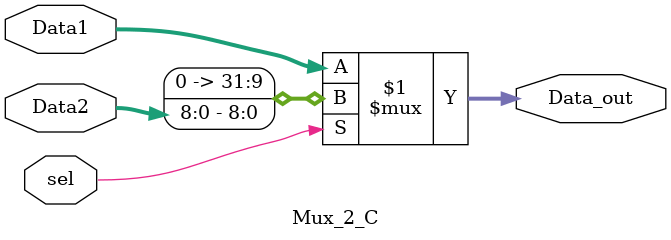
<source format=sv>
`timescale 1ns / 1ps


module Mux_2_C(
    input logic [31:0] Data1,
    input logic [8:0] Data2,
    input logic sel,
    
    output logic [31:0] Data_out
    );
    
    assign Data_out = sel? {23'b0,Data2} : Data1;
    
endmodule

</source>
